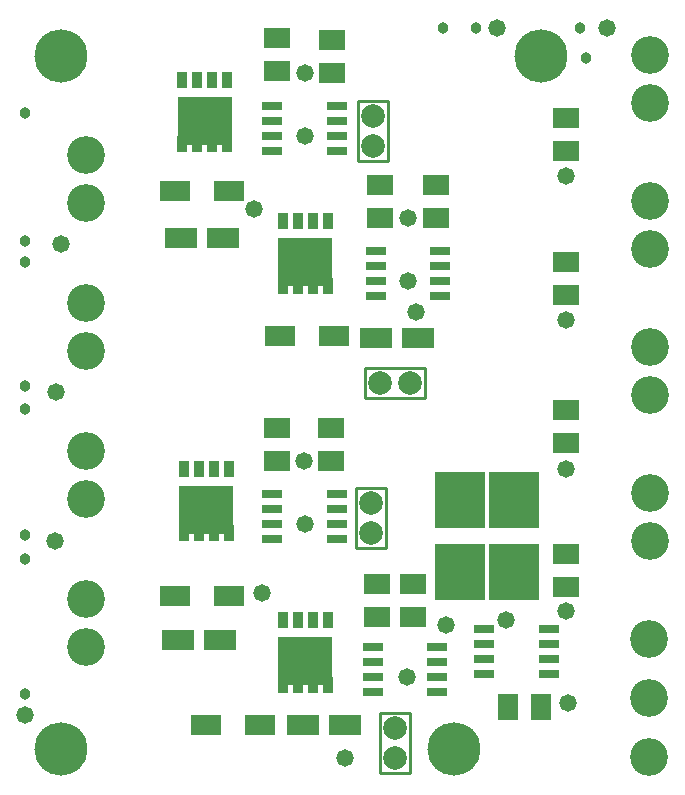
<source format=gts>
G04*
G04 #@! TF.GenerationSoftware,Altium Limited,Altium Designer,19.0.10 (269)*
G04*
G04 Layer_Color=8388736*
%FSLAX25Y25*%
%MOIN*%
G70*
G01*
G75*
%ADD12C,0.01000*%
%ADD23C,0.03800*%
%ADD24R,0.08800X0.06800*%
%ADD25R,0.03359X0.05721*%
%ADD26R,0.18320X0.16154*%
%ADD27R,0.06509X0.03162*%
%ADD28R,0.16548X0.19107*%
%ADD29R,0.06800X0.08800*%
%ADD30R,0.10642X0.06902*%
%ADD31R,0.10249X0.06902*%
%ADD32C,0.07887*%
%ADD33C,0.12611*%
%ADD34C,0.17729*%
%ADD35C,0.05800*%
D12*
X244105Y324500D02*
X254105D01*
Y334500D01*
X234105Y324500D02*
X254105D01*
X234105Y334500D02*
X254105D01*
X234105Y324500D02*
Y334500D01*
X249000Y209690D02*
Y219690D01*
X239000D02*
X249000D01*
Y199690D02*
Y219690D01*
X239000Y199690D02*
Y219690D01*
Y199690D02*
X249000D01*
X231000Y274655D02*
Y284655D01*
Y274655D02*
X241000D01*
X231000D02*
Y294655D01*
X241000Y274655D02*
Y294655D01*
X231000D02*
X241000D01*
X231605Y403500D02*
Y413500D01*
Y403500D02*
X241605D01*
X231605D02*
Y423500D01*
X241605Y403500D02*
Y423500D01*
X231605D02*
X241605D01*
D23*
X307500Y437750D02*
D03*
X305500Y447828D02*
D03*
X271000D02*
D03*
X120500Y226000D02*
D03*
Y279000D02*
D03*
Y271000D02*
D03*
Y321000D02*
D03*
Y328500D02*
D03*
Y370000D02*
D03*
Y377000D02*
D03*
Y419500D02*
D03*
X260000Y447828D02*
D03*
D24*
X257500Y384500D02*
D03*
Y395500D02*
D03*
X239000Y384500D02*
D03*
Y395500D02*
D03*
X301000Y406731D02*
D03*
Y417731D02*
D03*
X223000Y444000D02*
D03*
Y433000D02*
D03*
X222500Y314500D02*
D03*
Y303500D02*
D03*
X250000Y262500D02*
D03*
Y251500D02*
D03*
X204606Y444376D02*
D03*
Y433376D02*
D03*
X301000Y320500D02*
D03*
Y309500D02*
D03*
Y369750D02*
D03*
Y358750D02*
D03*
X204606Y314500D02*
D03*
Y303500D02*
D03*
X301000Y272500D02*
D03*
Y261500D02*
D03*
X238000Y262500D02*
D03*
Y251500D02*
D03*
D25*
X216591Y229000D02*
D03*
X211591D02*
D03*
X206591D02*
D03*
X221591D02*
D03*
Y250500D02*
D03*
X206591D02*
D03*
X211591D02*
D03*
X216591D02*
D03*
X183000Y430642D02*
D03*
X178000D02*
D03*
X173000D02*
D03*
X188000D02*
D03*
Y409142D02*
D03*
X173000D02*
D03*
X178000D02*
D03*
X183000D02*
D03*
X216591Y383500D02*
D03*
X211591D02*
D03*
X206591D02*
D03*
X221591D02*
D03*
Y362000D02*
D03*
X206591D02*
D03*
X211591D02*
D03*
X216591D02*
D03*
X183500Y301000D02*
D03*
X178500D02*
D03*
X173500D02*
D03*
X188500D02*
D03*
Y279500D02*
D03*
X173500D02*
D03*
X178500D02*
D03*
X183500D02*
D03*
D26*
X214091Y236858D02*
D03*
X180500Y417000D02*
D03*
X214091Y369858D02*
D03*
X181000Y287358D02*
D03*
D27*
X295228Y232500D02*
D03*
Y237500D02*
D03*
Y242500D02*
D03*
Y247500D02*
D03*
X273772Y232500D02*
D03*
Y237500D02*
D03*
Y242500D02*
D03*
Y247500D02*
D03*
X257957Y226500D02*
D03*
Y231500D02*
D03*
Y236500D02*
D03*
Y241500D02*
D03*
X236500Y226500D02*
D03*
Y231500D02*
D03*
Y236500D02*
D03*
Y241500D02*
D03*
X224500Y277500D02*
D03*
Y282500D02*
D03*
Y287500D02*
D03*
Y292500D02*
D03*
X203043Y277500D02*
D03*
Y282500D02*
D03*
Y287500D02*
D03*
Y292500D02*
D03*
X259000Y358500D02*
D03*
Y363500D02*
D03*
Y368500D02*
D03*
Y373500D02*
D03*
X237543Y358500D02*
D03*
Y363500D02*
D03*
Y368500D02*
D03*
Y373500D02*
D03*
X224500Y407000D02*
D03*
Y412000D02*
D03*
Y417000D02*
D03*
Y422000D02*
D03*
X203043Y407000D02*
D03*
Y412000D02*
D03*
Y417000D02*
D03*
Y422000D02*
D03*
D28*
X265500Y290500D02*
D03*
X283500D02*
D03*
Y266500D02*
D03*
X265500D02*
D03*
D29*
X292500Y221500D02*
D03*
X281500D02*
D03*
D30*
X237500Y344500D02*
D03*
X251500D02*
D03*
X171500Y244000D02*
D03*
X185500D02*
D03*
X213310Y215500D02*
D03*
X227310D02*
D03*
X186500Y378000D02*
D03*
X172500D02*
D03*
D31*
X205750Y345073D02*
D03*
X223750D02*
D03*
X170500Y258500D02*
D03*
X188500D02*
D03*
X181000Y215500D02*
D03*
X199000D02*
D03*
X188640Y393500D02*
D03*
X170640D02*
D03*
D32*
X239105Y329500D02*
D03*
X249105D02*
D03*
X244000Y204690D02*
D03*
Y214690D02*
D03*
X236000Y289655D02*
D03*
Y279655D02*
D03*
X236605Y418500D02*
D03*
Y408500D02*
D03*
D33*
X329000Y423000D02*
D03*
Y439000D02*
D03*
X328500Y204815D02*
D03*
Y224500D02*
D03*
Y244185D02*
D03*
X141000Y389500D02*
D03*
Y405500D02*
D03*
X329000Y390333D02*
D03*
Y374333D02*
D03*
X141000Y340167D02*
D03*
Y356167D02*
D03*
X329000Y341667D02*
D03*
Y325667D02*
D03*
X141000Y290833D02*
D03*
Y306833D02*
D03*
X329000Y293000D02*
D03*
Y277000D02*
D03*
X141000Y241500D02*
D03*
Y257500D02*
D03*
D34*
X263500Y207500D02*
D03*
X292500Y438500D02*
D03*
X132500D02*
D03*
Y207500D02*
D03*
D35*
X281000Y250500D02*
D03*
X130645Y276919D02*
D03*
X132500Y376000D02*
D03*
X131000Y326500D02*
D03*
X301765Y223000D02*
D03*
X278000Y448010D02*
D03*
X120625Y218875D02*
D03*
X314500Y448010D02*
D03*
X261000Y249000D02*
D03*
X227310Y204690D02*
D03*
X251000Y353347D02*
D03*
X301000Y301000D02*
D03*
Y398500D02*
D03*
Y350500D02*
D03*
Y253561D02*
D03*
X213500Y303500D02*
D03*
X248250Y384500D02*
D03*
X213991Y433000D02*
D03*
X199500Y259500D02*
D03*
X197000Y387500D02*
D03*
X248272Y363500D02*
D03*
X214000Y412000D02*
D03*
X248000Y231500D02*
D03*
X214000Y282500D02*
D03*
M02*

</source>
